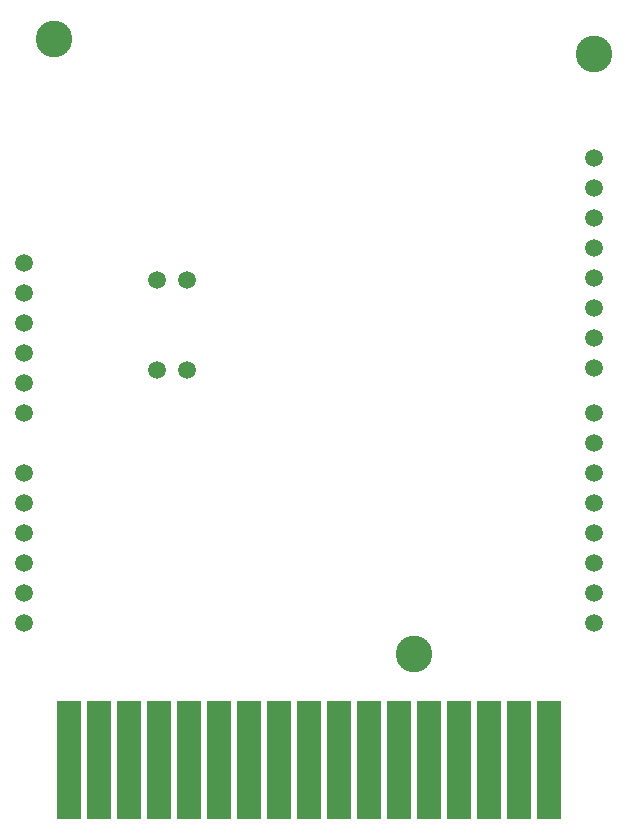
<source format=gbr>
G04 (created by PCBNEW (2013-may-18)-stable) date Пт 28 авг 2015 20:37:45*
%MOIN*%
G04 Gerber Fmt 3.4, Leading zero omitted, Abs format*
%FSLAX34Y34*%
G01*
G70*
G90*
G04 APERTURE LIST*
%ADD10C,0.00590551*%
%ADD11C,0.122047*%
%ADD12C,0.0590551*%
%ADD13R,0.0787402X0.393701*%
G04 APERTURE END LIST*
G54D10*
G54D11*
X61200Y-51901D03*
G54D12*
X48200Y-39900D03*
X48200Y-38900D03*
X48200Y-42900D03*
X48200Y-43900D03*
X48200Y-41900D03*
X48200Y-40900D03*
X48200Y-47900D03*
X48200Y-48900D03*
X48200Y-50900D03*
X48200Y-49900D03*
X48200Y-45900D03*
X48200Y-46900D03*
X67200Y-43900D03*
X67200Y-44900D03*
X67200Y-46900D03*
X67200Y-45900D03*
X67200Y-49900D03*
X67200Y-50900D03*
X67200Y-48900D03*
X67200Y-47900D03*
X67200Y-39400D03*
X67200Y-40400D03*
X67200Y-42400D03*
X67200Y-41400D03*
X67200Y-37400D03*
X67200Y-38400D03*
X67200Y-36400D03*
X67200Y-35400D03*
G54D13*
X65700Y-55449D03*
X64700Y-55449D03*
X63700Y-55449D03*
X62700Y-55449D03*
X61700Y-55449D03*
X60700Y-55449D03*
X59700Y-55449D03*
X58700Y-55449D03*
X57700Y-55449D03*
X56700Y-55449D03*
X55700Y-55449D03*
X54700Y-55449D03*
X53700Y-55449D03*
X52700Y-55449D03*
X51700Y-55449D03*
X50700Y-55449D03*
X49700Y-55449D03*
G54D12*
X52649Y-42444D03*
X52649Y-39444D03*
X53649Y-42444D03*
X53649Y-39444D03*
G54D11*
X67200Y-31901D03*
X49200Y-31401D03*
M02*

</source>
